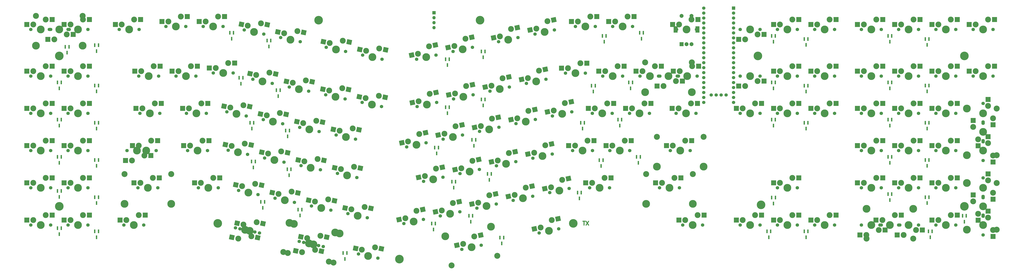
<source format=gbs>
G04 #@! TF.GenerationSoftware,KiCad,Pcbnew,(6.0.1-0)*
G04 #@! TF.CreationDate,2022-07-20T07:32:26-07:00*
G04 #@! TF.ProjectId,adelheid-xt,6164656c-6865-4696-942d-78742e6b6963,rev?*
G04 #@! TF.SameCoordinates,Original*
G04 #@! TF.FileFunction,Soldermask,Bot*
G04 #@! TF.FilePolarity,Negative*
%FSLAX46Y46*%
G04 Gerber Fmt 4.6, Leading zero omitted, Abs format (unit mm)*
G04 Created by KiCad (PCBNEW (6.0.1-0)) date 2022-07-20 07:32:26*
%MOMM*%
%LPD*%
G01*
G04 APERTURE LIST*
G04 Aperture macros list*
%AMRotRect*
0 Rectangle, with rotation*
0 The origin of the aperture is its center*
0 $1 length*
0 $2 width*
0 $3 Rotation angle, in degrees counterclockwise*
0 Add horizontal line*
21,1,$1,$2,0,0,$3*%
G04 Aperture macros list end*
%ADD10C,0.500000*%
%ADD11C,1.750000*%
%ADD12C,3.000000*%
%ADD13C,3.987800*%
%ADD14R,2.550000X2.500000*%
%ADD15C,4.400000*%
%ADD16RotRect,2.550000X2.500000X12.000000*%
%ADD17C,3.048000*%
%ADD18RotRect,2.550000X2.500000X348.000000*%
%ADD19R,2.500000X2.550000*%
%ADD20R,1.700000X1.700000*%
%ADD21O,1.700000X1.700000*%
%ADD22R,2.000000X3.200000*%
%ADD23R,2.000000X2.000000*%
%ADD24C,2.000000*%
%ADD25RotRect,2.550000X2.500000X168.000000*%
%ADD26R,0.800000X1.900000*%
%ADD27C,1.700000*%
G04 APERTURE END LIST*
D10*
X289686821Y-336216761D02*
X288353488Y-338216761D01*
X288353488Y-336216761D02*
X289686821Y-338216761D01*
X287877297Y-336216761D02*
X286734440Y-336216761D01*
X287305869Y-338216761D02*
X287305869Y-336216761D01*
D11*
X367188750Y-338137500D03*
D12*
X368458750Y-335597500D03*
D11*
X377348750Y-338137500D03*
D13*
X372268750Y-338137500D03*
D12*
X374808750Y-333057500D03*
D14*
X365183750Y-335597500D03*
X378110750Y-333057500D03*
D12*
X298138850Y-259397500D03*
D13*
X301948850Y-261937500D03*
D11*
X307028850Y-261937500D03*
D12*
X304488850Y-256857500D03*
D11*
X296868850Y-261937500D03*
D14*
X294863850Y-259397500D03*
X307790850Y-256857500D03*
D15*
X481806250Y-328612500D03*
D11*
X344805000Y-238125000D03*
D12*
X335915000Y-235585000D03*
D13*
X339725000Y-238125000D03*
D11*
X334645000Y-238125000D03*
D12*
X342265000Y-233045000D03*
D14*
X332640000Y-235585000D03*
X345567000Y-233045000D03*
D12*
X468471250Y-235585000D03*
D13*
X472281250Y-238125000D03*
D12*
X474821250Y-233045000D03*
D11*
X467201250Y-238125000D03*
X477361250Y-238125000D03*
D14*
X465196250Y-235585000D03*
X478123250Y-233045000D03*
D11*
X107905550Y-260350000D03*
D12*
X99015550Y-257810000D03*
X105365550Y-255270000D03*
D11*
X97745550Y-260350000D03*
D13*
X102825550Y-260350000D03*
D14*
X95740550Y-257810000D03*
X108667550Y-255270000D03*
D12*
X56197500Y-305117500D03*
D11*
X63817500Y-300037500D03*
X53657500Y-300037500D03*
D13*
X58737500Y-300037500D03*
D12*
X62547500Y-302577500D03*
D14*
X65822500Y-302577500D03*
X52895500Y-305117500D03*
D12*
X265118512Y-339442349D03*
D13*
X269373350Y-341134700D03*
D11*
X274342340Y-340078509D03*
X264404360Y-342190891D03*
D12*
X270801654Y-335637614D03*
D16*
X261915079Y-340123259D03*
X274031497Y-334951090D03*
D13*
X491331250Y-238125000D03*
D11*
X486251250Y-238125000D03*
D12*
X493871250Y-233045000D03*
D11*
X496411250Y-238125000D03*
D12*
X487521250Y-235585000D03*
D14*
X484246250Y-235585000D03*
X497173250Y-233045000D03*
D15*
X19050000Y-251618750D03*
D11*
X448786250Y-338137500D03*
D13*
X443706250Y-338137500D03*
D11*
X438626250Y-338137500D03*
D17*
X431768250Y-345122500D03*
X455644250Y-345122500D03*
D13*
X431768250Y-329882500D03*
X455644250Y-329882500D03*
D12*
X446246250Y-333057500D03*
X439896250Y-335597500D03*
D14*
X436621250Y-335597500D03*
X449548250Y-333057500D03*
D11*
X165160440Y-273636291D03*
D12*
X156992803Y-269303462D03*
D13*
X160191450Y-272580100D03*
D12*
X163732136Y-268139206D03*
D11*
X155222460Y-271523909D03*
D18*
X153789370Y-268622551D03*
X166961980Y-268825730D03*
D13*
X141547850Y-268617700D03*
D12*
X138349203Y-265341062D03*
D11*
X146516840Y-269673891D03*
X136578860Y-267561509D03*
D12*
X145088536Y-264176806D03*
D18*
X135145770Y-264660151D03*
X148318380Y-264863330D03*
D17*
X342461850Y-254952500D03*
D12*
X334333850Y-264477500D03*
D11*
X325443850Y-261937500D03*
D13*
X318585850Y-270192500D03*
D12*
X327983850Y-267017500D03*
D17*
X318585850Y-254952500D03*
D13*
X330523850Y-261937500D03*
X342461850Y-270192500D03*
D11*
X335603850Y-261937500D03*
D14*
X337608850Y-264477500D03*
X324681850Y-267017500D03*
D12*
X150422536Y-284801606D03*
D13*
X146881850Y-289242500D03*
D12*
X143683203Y-285965862D03*
D11*
X141912860Y-288186309D03*
X151850840Y-290298691D03*
D18*
X140479770Y-285284951D03*
X153652380Y-285488130D03*
D12*
X376078750Y-240665000D03*
D13*
X372268750Y-238125000D03*
D11*
X377348750Y-238125000D03*
X367188750Y-238125000D03*
D12*
X369728750Y-243205000D03*
D14*
X379353750Y-240665000D03*
X366426750Y-243205000D03*
D15*
X234156250Y-233362500D03*
D12*
X169739236Y-308347406D03*
X162999903Y-309511662D03*
D11*
X171167540Y-313844491D03*
D13*
X166198550Y-312788300D03*
D11*
X161229560Y-311732109D03*
D18*
X159796470Y-308830751D03*
X172969080Y-309033930D03*
D12*
X140732436Y-238891106D03*
D11*
X132222760Y-242275809D03*
D13*
X137191750Y-243332000D03*
D12*
X133993103Y-240055362D03*
D11*
X142160740Y-244388191D03*
D18*
X130789670Y-239374451D03*
X143962280Y-239577630D03*
D11*
X111407460Y-340103909D03*
D13*
X116376450Y-341160100D03*
D12*
X113177803Y-337883462D03*
D11*
X121345440Y-342216291D03*
D12*
X119917136Y-336719206D03*
D18*
X109974370Y-337202551D03*
X123146980Y-337405730D03*
D13*
X483076250Y-278574500D03*
X483076250Y-302450500D03*
D17*
X498316250Y-278574500D03*
X498316250Y-302450500D03*
D13*
X491331250Y-290512500D03*
D11*
X491331250Y-295592500D03*
X491331250Y-285432500D03*
D12*
X486251250Y-287972500D03*
X488791250Y-294322500D03*
D19*
X488791250Y-297597500D03*
X486251250Y-284670500D03*
D12*
X468471250Y-278447500D03*
D11*
X467201250Y-280987500D03*
D13*
X472281250Y-280987500D03*
D12*
X474821250Y-275907500D03*
D11*
X477361250Y-280987500D03*
D14*
X465196250Y-278447500D03*
X478123250Y-275907500D03*
D11*
X386238750Y-338137500D03*
X396398750Y-338137500D03*
D12*
X387508750Y-335597500D03*
D13*
X391318750Y-338137500D03*
D12*
X393858750Y-333057500D03*
D14*
X384233750Y-335597500D03*
X397160750Y-333057500D03*
D13*
X307028850Y-236537500D03*
D12*
X303218850Y-233997500D03*
D11*
X312108850Y-236537500D03*
D12*
X309568850Y-231457500D03*
D11*
X301948850Y-236537500D03*
D14*
X299943850Y-233997500D03*
X312870850Y-231457500D03*
D13*
X434181250Y-261937500D03*
D12*
X430371250Y-259397500D03*
D11*
X429101250Y-261937500D03*
X439261250Y-261937500D03*
D12*
X436721250Y-256857500D03*
D14*
X427096250Y-259397500D03*
X440023250Y-256857500D03*
D12*
X474821250Y-294957500D03*
D13*
X472281250Y-300037500D03*
D11*
X477361250Y-300037500D03*
D12*
X468471250Y-297497500D03*
D11*
X467201250Y-300037500D03*
D14*
X465196250Y-297497500D03*
X478123250Y-294957500D03*
D11*
X201983860Y-277573291D03*
D12*
X202698012Y-274824749D03*
X208381154Y-271020014D03*
D13*
X206952850Y-276517100D03*
D11*
X211921840Y-275460909D03*
D16*
X199494579Y-275505659D03*
X211610997Y-270333490D03*
D12*
X279101550Y-257886200D03*
D13*
X282911550Y-260426200D03*
D12*
X285451550Y-255346200D03*
D11*
X277831550Y-260426200D03*
X287991550Y-260426200D03*
D14*
X275826550Y-257886200D03*
X288753550Y-255346200D03*
D11*
X232501960Y-329503591D03*
D12*
X238899254Y-322950314D03*
D13*
X237470950Y-328447400D03*
D12*
X233216112Y-326755049D03*
D11*
X242439940Y-327391209D03*
D16*
X230012679Y-327435959D03*
X242129097Y-322263790D03*
D12*
X335641950Y-278447500D03*
D11*
X334371950Y-280987500D03*
X344531950Y-280987500D03*
D13*
X339451950Y-280987500D03*
D12*
X341991950Y-275907500D03*
D14*
X332366950Y-278447500D03*
X345293950Y-275907500D03*
D11*
X477361250Y-319087500D03*
D13*
X472281250Y-319087500D03*
D12*
X468471250Y-316547500D03*
D11*
X467201250Y-319087500D03*
D12*
X474821250Y-314007500D03*
D14*
X465196250Y-316547500D03*
X478123250Y-314007500D03*
D13*
X296602150Y-280987500D03*
D12*
X299142150Y-275907500D03*
X292792150Y-278447500D03*
D11*
X301682150Y-280987500D03*
X291522150Y-280987500D03*
D14*
X289517150Y-278447500D03*
X302444150Y-275907500D03*
D12*
X493871250Y-256857500D03*
D11*
X496411250Y-261937500D03*
X486251250Y-261937500D03*
D13*
X491331250Y-261937500D03*
D12*
X487521250Y-259397500D03*
D14*
X484246250Y-259397500D03*
X497173250Y-256857500D03*
D12*
X450691250Y-343217500D03*
D13*
X453231250Y-338137500D03*
D12*
X457041250Y-340677500D03*
D11*
X458311250Y-338137500D03*
X448151250Y-338137500D03*
D14*
X460316250Y-340677500D03*
X447389250Y-343217500D03*
D12*
X5715000Y-316547500D03*
D13*
X9525000Y-319087500D03*
D11*
X14605000Y-319087500D03*
D12*
X12065000Y-314007500D03*
D11*
X4445000Y-319087500D03*
D14*
X2440000Y-316547500D03*
X15367000Y-314007500D03*
D15*
X281781250Y-337343750D03*
D17*
X324612000Y-293052500D03*
D13*
X336550000Y-300037500D03*
D17*
X348488000Y-293052500D03*
D13*
X324612000Y-308292500D03*
D12*
X339090000Y-294957500D03*
X332740000Y-297497500D03*
D13*
X348488000Y-308292500D03*
D11*
X331470000Y-300037500D03*
X341630000Y-300037500D03*
D14*
X329465000Y-297497500D03*
X342392000Y-294957500D03*
D13*
X266084050Y-302882300D03*
D12*
X261829212Y-301189949D03*
X267512354Y-297385214D03*
D11*
X271053040Y-301826109D03*
X261115060Y-303938491D03*
D16*
X258625779Y-301870859D03*
X270742197Y-296698690D03*
D13*
X491331250Y-300037500D03*
D12*
X493871250Y-296227500D03*
D11*
X491331250Y-294957500D03*
X491331250Y-305117500D03*
D12*
X496411250Y-302577500D03*
D19*
X493871250Y-292952500D03*
X496411250Y-305879500D03*
D13*
X9525000Y-338137500D03*
D12*
X12065000Y-333057500D03*
D11*
X14605000Y-338137500D03*
X4445000Y-338137500D03*
D12*
X5715000Y-335597500D03*
D14*
X2440000Y-335597500D03*
X15367000Y-333057500D03*
D11*
X249170940Y-267536109D03*
X239232960Y-269648491D03*
D12*
X239947112Y-266899949D03*
D13*
X244201950Y-268592300D03*
D12*
X245630254Y-263095214D03*
D16*
X236743679Y-267580859D03*
X248860097Y-262408690D03*
D11*
X23495000Y-280987500D03*
D13*
X28575000Y-280987500D03*
D11*
X33655000Y-280987500D03*
D12*
X31115000Y-275907500D03*
X24765000Y-278447500D03*
D14*
X21490000Y-278447500D03*
X34417000Y-275907500D03*
D11*
X429101250Y-319087500D03*
D12*
X430371250Y-316547500D03*
D13*
X434181250Y-319087500D03*
D12*
X436721250Y-314007500D03*
D11*
X439261250Y-319087500D03*
D14*
X427096250Y-316547500D03*
X440023250Y-314007500D03*
D12*
X125763503Y-301624962D03*
D11*
X133931140Y-305957791D03*
D12*
X132502836Y-300460706D03*
D13*
X128962150Y-304901600D03*
D11*
X123993160Y-303845409D03*
D18*
X122560070Y-300944051D03*
X135732680Y-301147230D03*
D12*
X262946812Y-237677249D03*
X268629954Y-233872514D03*
D13*
X267201650Y-239369600D03*
D11*
X272170640Y-238313409D03*
X262232660Y-240425791D03*
D16*
X259743379Y-238358159D03*
X271859797Y-233185990D03*
D11*
X84054950Y-280987500D03*
D13*
X89134950Y-280987500D03*
D12*
X91674950Y-275907500D03*
D11*
X94214950Y-280987500D03*
D12*
X85324950Y-278447500D03*
D14*
X82049950Y-278447500D03*
X94976950Y-275907500D03*
D13*
X453231250Y-319087500D03*
D12*
X455771250Y-314007500D03*
X449421250Y-316547500D03*
D11*
X458311250Y-319087500D03*
X448151250Y-319087500D03*
D14*
X446146250Y-316547500D03*
X459073250Y-314007500D03*
D12*
X468471250Y-259397500D03*
D11*
X467201250Y-261937500D03*
X477361250Y-261937500D03*
D13*
X472281250Y-261937500D03*
D12*
X474821250Y-256857500D03*
D14*
X465196250Y-259397500D03*
X478123250Y-256857500D03*
D12*
X5715000Y-297497500D03*
X12065000Y-294957500D03*
D13*
X9525000Y-300037500D03*
D11*
X14605000Y-300037500D03*
X4445000Y-300037500D03*
D14*
X2440000Y-297497500D03*
X15367000Y-294957500D03*
D20*
X210635750Y-229552500D03*
D21*
X210635750Y-232092500D03*
X210635750Y-234632500D03*
X210635750Y-237172500D03*
D12*
X406558750Y-335597500D03*
X412908750Y-333057500D03*
D11*
X415448750Y-338137500D03*
D13*
X410368750Y-338137500D03*
D11*
X405288750Y-338137500D03*
D14*
X403283750Y-335597500D03*
X416210750Y-333057500D03*
D12*
X221652654Y-287657014D03*
D11*
X215255360Y-294210291D03*
D13*
X220224350Y-293154100D03*
D12*
X215969512Y-291461749D03*
D11*
X225193340Y-292097909D03*
D16*
X212766079Y-292142659D03*
X224882497Y-286970490D03*
D13*
X453231250Y-280987500D03*
D11*
X448151250Y-280987500D03*
D12*
X455771250Y-275907500D03*
X449421250Y-278447500D03*
D11*
X458311250Y-280987500D03*
D14*
X446146250Y-278447500D03*
X459073250Y-275907500D03*
D11*
X142585960Y-307769709D03*
D12*
X144356303Y-305549262D03*
D11*
X152523940Y-309882091D03*
D12*
X151095636Y-304385006D03*
D13*
X147554950Y-308825900D03*
D18*
X141152870Y-304868351D03*
X154325480Y-305071530D03*
D11*
X429101250Y-338137500D03*
X439261250Y-338137500D03*
D12*
X437991250Y-340677500D03*
X431641250Y-343217500D03*
D13*
X434181250Y-338137500D03*
D14*
X441266250Y-340677500D03*
X428339250Y-343217500D03*
D11*
X224818460Y-350598291D03*
D17*
X219562587Y-358856511D03*
D11*
X234756440Y-348485909D03*
D12*
X225532612Y-347849749D03*
D13*
X216394013Y-343949541D03*
X229787450Y-349542100D03*
D12*
X231215754Y-344045014D03*
D13*
X239748265Y-338985442D03*
D17*
X242916839Y-353892411D03*
D16*
X222329179Y-348530659D03*
X234445597Y-343358490D03*
D11*
X205162070Y-335320458D03*
D12*
X195938242Y-334684298D03*
X201621384Y-330879563D03*
D13*
X200193080Y-336376649D03*
D11*
X195224090Y-337432840D03*
D16*
X192734809Y-335365208D03*
X204851227Y-330193039D03*
D15*
X481806250Y-251618750D03*
D12*
X289083750Y-294957500D03*
D11*
X291623750Y-300037500D03*
X281463750Y-300037500D03*
D12*
X282733750Y-297497500D03*
D13*
X286543750Y-300037500D03*
D14*
X279458750Y-297497500D03*
X292385750Y-294957500D03*
D12*
X152518036Y-343653406D03*
X145778703Y-344817662D03*
D13*
X139016535Y-337537642D03*
D11*
X153946340Y-349150491D03*
D13*
X162370787Y-342501741D03*
D11*
X144008360Y-347038109D03*
D17*
X135847961Y-352444611D03*
X159202213Y-357408711D03*
D13*
X148977350Y-348094300D03*
D18*
X142575270Y-344136751D03*
X155747880Y-344339930D03*
D12*
X156467736Y-325009806D03*
D13*
X152927050Y-329450700D03*
D11*
X147958060Y-328394509D03*
X157896040Y-330506891D03*
D12*
X149728403Y-326174062D03*
D18*
X146524970Y-325493151D03*
X159697580Y-325696330D03*
D13*
X64725550Y-261937500D03*
D11*
X59645550Y-261937500D03*
D12*
X67265550Y-256857500D03*
D11*
X69805550Y-261937500D03*
D12*
X60915550Y-259397500D03*
D14*
X57640550Y-259397500D03*
X70567550Y-256857500D03*
D11*
X491331250Y-324167500D03*
D13*
X491331250Y-319087500D03*
D11*
X491331250Y-314007500D03*
D12*
X496411250Y-321627500D03*
X493871250Y-315277500D03*
D19*
X493871250Y-312002500D03*
X496411250Y-324929500D03*
D11*
X320719450Y-280987500D03*
D12*
X318179450Y-275907500D03*
D13*
X315639450Y-280987500D03*
D12*
X311829450Y-278447500D03*
D11*
X310559450Y-280987500D03*
D14*
X308554450Y-278447500D03*
X321481450Y-275907500D03*
D11*
X211629740Y-251191209D03*
D12*
X202405912Y-250555049D03*
X208089054Y-246750314D03*
D13*
X206660750Y-252247400D03*
D11*
X201691760Y-253303591D03*
D16*
X199202479Y-251235959D03*
X211318897Y-246063790D03*
D11*
X92551250Y-236537500D03*
D13*
X97631250Y-236537500D03*
D12*
X93821250Y-233997500D03*
D11*
X102711250Y-236537500D03*
D12*
X100171250Y-231457500D03*
D14*
X90546250Y-233997500D03*
X103473250Y-231457500D03*
D12*
X173731403Y-350748562D03*
D13*
X176930050Y-354025200D03*
D11*
X171961060Y-352969009D03*
X181899040Y-355081391D03*
D12*
X180470736Y-349584306D03*
D18*
X170527970Y-350067651D03*
X183700580Y-350270830D03*
D15*
X377825000Y-327818750D03*
X100012500Y-337343750D03*
D12*
X168359303Y-330123762D03*
D13*
X171557950Y-333400400D03*
D11*
X166588960Y-332344209D03*
D12*
X175098636Y-328959506D03*
D11*
X176526940Y-334456591D03*
D18*
X165155870Y-329442851D03*
X178328480Y-329646030D03*
D13*
X491331250Y-338137500D03*
D12*
X493871250Y-334327500D03*
D11*
X491331250Y-343217500D03*
D12*
X496411250Y-340677500D03*
D11*
X491331250Y-333057500D03*
D19*
X493871250Y-331052500D03*
X496411250Y-343979500D03*
D11*
X439261250Y-238125000D03*
D13*
X434181250Y-238125000D03*
D12*
X436721250Y-233045000D03*
D11*
X429101250Y-238125000D03*
D12*
X430371250Y-235585000D03*
D14*
X427096250Y-235585000D03*
X440023250Y-233045000D03*
D13*
X256089150Y-324485000D03*
D11*
X261058140Y-323428809D03*
X251120160Y-325541191D03*
D12*
X251834312Y-322792649D03*
X257517454Y-318987914D03*
D16*
X248630879Y-323473559D03*
X260747297Y-318301390D03*
D11*
X252504460Y-286298191D03*
X262442440Y-284185809D03*
D12*
X258901754Y-279744914D03*
D13*
X257473450Y-285242000D03*
D12*
X253218612Y-283549649D03*
D16*
X250015179Y-284230559D03*
X262131597Y-279058390D03*
D11*
X78700218Y-261937500D03*
D12*
X79970218Y-259397500D03*
D13*
X83780218Y-261937500D03*
D11*
X88860218Y-261937500D03*
D12*
X86320218Y-256857500D03*
D14*
X76695218Y-259397500D03*
X89622218Y-256857500D03*
D11*
X448151250Y-238125000D03*
X458311250Y-238125000D03*
D12*
X455771250Y-233045000D03*
D13*
X453231250Y-238125000D03*
D12*
X449421250Y-235585000D03*
D14*
X446146250Y-235585000D03*
X459073250Y-233045000D03*
D12*
X227024754Y-267070314D03*
X221341612Y-270875049D03*
D11*
X220627460Y-273623591D03*
D13*
X225596450Y-272567400D03*
D11*
X230565440Y-271511209D03*
D16*
X218138179Y-271555959D03*
X230254597Y-266383790D03*
D17*
X30988000Y-231140000D03*
X7112000Y-231140000D03*
D11*
X13970000Y-238125000D03*
X24130000Y-238125000D03*
D13*
X19050000Y-238125000D03*
D12*
X16510000Y-243205000D03*
X22860000Y-240665000D03*
D13*
X30988000Y-246380000D03*
X7112000Y-246380000D03*
D14*
X26135000Y-240665000D03*
X13208000Y-243205000D03*
D13*
X128263650Y-285267400D03*
D11*
X123294660Y-284211209D03*
X133232640Y-286323591D03*
D12*
X131804336Y-280826506D03*
X125065003Y-281990762D03*
D18*
X121861570Y-281309851D03*
X135034180Y-281513030D03*
D22*
X334125000Y-238125000D03*
X345325000Y-238125000D03*
D23*
X337225000Y-245625000D03*
D24*
X342225000Y-245625000D03*
X339725000Y-245625000D03*
X342225000Y-231125000D03*
X337225000Y-231125000D03*
D12*
X113173436Y-276864106D03*
D11*
X104663760Y-280248809D03*
D13*
X109632750Y-281305000D03*
D12*
X106434103Y-278028362D03*
D11*
X114601740Y-282361191D03*
D18*
X103230670Y-277347451D03*
X116403280Y-277550630D03*
D11*
X129314460Y-324432109D03*
D13*
X134283450Y-325488300D03*
D11*
X139252440Y-326544491D03*
D12*
X131084803Y-322211662D03*
X137824136Y-321047406D03*
D18*
X127881370Y-321530751D03*
X141053980Y-321733930D03*
D13*
X276104350Y-281292300D03*
D12*
X277532654Y-275795214D03*
D11*
X271135360Y-282348491D03*
D12*
X271849512Y-279599949D03*
D11*
X281073340Y-280236109D03*
D16*
X268646079Y-280280859D03*
X280762497Y-275108690D03*
D13*
X136694975Y-337042342D03*
D11*
X151624780Y-348655191D03*
D12*
X143115104Y-352039894D03*
X149854437Y-350875638D03*
D13*
X160049227Y-342006441D03*
X146655790Y-347599000D03*
D17*
X156880653Y-356913411D03*
X133526401Y-351949311D03*
D11*
X141686800Y-346542809D03*
D25*
X153057870Y-351556549D03*
X139885260Y-351353370D03*
D13*
X210216750Y-314769500D03*
D12*
X211645054Y-309272414D03*
X205961912Y-313077149D03*
D11*
X215185740Y-313713309D03*
X205247760Y-315825691D03*
D16*
X202758479Y-313758059D03*
X214874897Y-308585890D03*
D12*
X31115000Y-256857500D03*
D11*
X33655000Y-261937500D03*
D12*
X24765000Y-259397500D03*
D11*
X23495000Y-261937500D03*
D13*
X28575000Y-261937500D03*
D14*
X21490000Y-259397500D03*
X34417000Y-256857500D03*
D15*
X19050000Y-328612500D03*
D12*
X248906854Y-301322214D03*
D11*
X252447540Y-305763109D03*
D12*
X243223712Y-305126949D03*
D11*
X242509560Y-307875491D03*
D13*
X247478550Y-306819300D03*
D16*
X240020279Y-305807859D03*
X252136697Y-300635690D03*
D12*
X496411250Y-283527500D03*
X493871250Y-277177500D03*
D11*
X491331250Y-286067500D03*
X491331250Y-275907500D03*
D13*
X491331250Y-280987500D03*
D19*
X493871250Y-273902500D03*
X496411250Y-286829500D03*
D12*
X31115000Y-233045000D03*
D11*
X23495000Y-238125000D03*
D12*
X24765000Y-235585000D03*
D13*
X28575000Y-238125000D03*
D11*
X33655000Y-238125000D03*
D14*
X21490000Y-235585000D03*
X34417000Y-233045000D03*
D12*
X66040000Y-294957500D03*
D11*
X58420000Y-300037500D03*
D13*
X63500000Y-300037500D03*
D12*
X59690000Y-297497500D03*
D11*
X68580000Y-300037500D03*
D14*
X56415000Y-297497500D03*
X69342000Y-294957500D03*
D12*
X24765000Y-316547500D03*
D13*
X28575000Y-319087500D03*
D11*
X33655000Y-319087500D03*
D12*
X31115000Y-314007500D03*
D11*
X23495000Y-319087500D03*
D14*
X21490000Y-316547500D03*
X34417000Y-314007500D03*
D11*
X52070000Y-338137500D03*
D12*
X59690000Y-333057500D03*
X53340000Y-335597500D03*
D11*
X62230000Y-338137500D03*
D13*
X57150000Y-338137500D03*
D14*
X50065000Y-335597500D03*
X62992000Y-333057500D03*
D11*
X230260640Y-247228809D03*
D13*
X225291650Y-248285000D03*
D11*
X220322660Y-249341191D03*
D12*
X226719954Y-242787914D03*
X221036812Y-246592649D03*
D16*
X217833379Y-247273559D03*
X229949797Y-242101390D03*
D12*
X224592812Y-309102049D03*
D13*
X228847650Y-310794400D03*
D11*
X233816640Y-309738209D03*
D12*
X230275954Y-305297314D03*
D11*
X223878660Y-311850591D03*
D16*
X221389379Y-309782959D03*
X233505797Y-304610790D03*
D13*
X89693750Y-300037500D03*
D11*
X94773750Y-300037500D03*
X84613750Y-300037500D03*
D12*
X92233750Y-294957500D03*
X85883750Y-297497500D03*
D14*
X82608750Y-297497500D03*
X95535750Y-294957500D03*
D12*
X474821250Y-333057500D03*
D11*
X467201250Y-338137500D03*
D13*
X472281250Y-338137500D03*
D12*
X468471250Y-335597500D03*
D11*
X477361250Y-338137500D03*
D14*
X465196250Y-335597500D03*
X478123250Y-333057500D03*
D11*
X257889260Y-265711491D03*
D13*
X262858250Y-264655300D03*
D12*
X258603412Y-262962949D03*
D11*
X267827240Y-263599109D03*
D12*
X264286554Y-259158214D03*
D16*
X255399979Y-263643859D03*
X267516397Y-258471690D03*
D15*
X151606250Y-233362500D03*
D11*
X491331250Y-323532500D03*
D12*
X488791250Y-332422500D03*
D11*
X491331250Y-333692500D03*
D13*
X483076250Y-316674500D03*
X491331250Y-328612500D03*
D17*
X498316250Y-316674500D03*
D13*
X483076250Y-340550500D03*
D12*
X486251250Y-326072500D03*
D17*
X498316250Y-340550500D03*
D19*
X488791250Y-335697500D03*
X486251250Y-322770500D03*
D11*
X83661250Y-236537500D03*
D13*
X78581250Y-236537500D03*
D12*
X81121250Y-231457500D03*
D11*
X73501250Y-236537500D03*
D12*
X74771250Y-233997500D03*
D14*
X71496250Y-233997500D03*
X84423250Y-231457500D03*
D11*
X269763760Y-321578791D03*
D13*
X274732750Y-320522600D03*
D12*
X270477912Y-318830249D03*
D11*
X279701740Y-319466409D03*
D12*
X276161054Y-315025514D03*
D16*
X267274479Y-319511159D03*
X279390897Y-314338990D03*
D11*
X415448750Y-238125000D03*
X405288750Y-238125000D03*
D12*
X406558750Y-235585000D03*
D13*
X410368750Y-238125000D03*
D12*
X412908750Y-233045000D03*
D14*
X403283750Y-235585000D03*
X416210750Y-233045000D03*
D12*
X97790000Y-314007500D03*
D11*
X90170000Y-319087500D03*
X100330000Y-319087500D03*
D13*
X95250000Y-319087500D03*
D12*
X91440000Y-316547500D03*
D14*
X88165000Y-316547500D03*
X101092000Y-314007500D03*
D12*
X50958750Y-235585000D03*
X57308750Y-233045000D03*
D11*
X59848750Y-238125000D03*
D13*
X54768750Y-238125000D03*
D11*
X49688750Y-238125000D03*
D14*
X47683750Y-235585000D03*
X60610750Y-233045000D03*
D11*
X415448750Y-280987500D03*
D12*
X406558750Y-278447500D03*
D13*
X410368750Y-280987500D03*
D11*
X405288750Y-280987500D03*
D12*
X412908750Y-275907500D03*
D14*
X403283750Y-278447500D03*
X416210750Y-275907500D03*
D12*
X339090000Y-335597500D03*
D11*
X347980000Y-338137500D03*
D12*
X345440000Y-333057500D03*
D13*
X342900000Y-338137500D03*
D11*
X337820000Y-338137500D03*
D14*
X335815000Y-335597500D03*
X348742000Y-333057500D03*
D11*
X405288750Y-261937500D03*
D13*
X410368750Y-261937500D03*
D11*
X415448750Y-261937500D03*
D12*
X406558750Y-259397500D03*
X412908750Y-256857500D03*
D14*
X403283750Y-259397500D03*
X416210750Y-256857500D03*
D11*
X196637160Y-298185391D03*
D12*
X197351312Y-295436849D03*
X203034454Y-291632114D03*
D11*
X206575140Y-296073009D03*
D13*
X201606150Y-297129200D03*
D16*
X194147879Y-296117759D03*
X206264297Y-290945590D03*
D12*
X5715000Y-278447500D03*
D11*
X14605000Y-280987500D03*
D12*
X12065000Y-275907500D03*
D11*
X4445000Y-280987500D03*
D13*
X9525000Y-280987500D03*
D14*
X2440000Y-278447500D03*
X15367000Y-275907500D03*
D12*
X244315912Y-241639649D03*
D11*
X243601760Y-244388191D03*
D13*
X248570750Y-243332000D03*
D12*
X249999054Y-237834914D03*
D11*
X253539740Y-242275809D03*
D16*
X241112479Y-242320559D03*
X253228897Y-237148390D03*
D12*
X61512450Y-278434800D03*
X67862450Y-275894800D03*
D11*
X70402450Y-280974800D03*
D13*
X65322450Y-280974800D03*
D11*
X60242450Y-280974800D03*
D14*
X58237450Y-278434800D03*
X71164450Y-275894800D03*
D11*
X113604560Y-238326109D03*
D12*
X115374903Y-236105662D03*
X122114236Y-234941406D03*
D13*
X118573550Y-239382300D03*
D11*
X123542540Y-240438491D03*
D18*
X112171470Y-235424751D03*
X125344080Y-235627930D03*
D11*
X213858360Y-333478691D03*
D13*
X218827350Y-332422500D03*
D12*
X220255654Y-326925414D03*
D11*
X223796340Y-331366309D03*
D12*
X214572512Y-330730149D03*
D16*
X211369079Y-331411059D03*
X223485497Y-326238890D03*
D11*
X243811540Y-288148209D03*
D13*
X238842550Y-289204400D03*
D12*
X234587712Y-287512049D03*
X240270854Y-283707314D03*
D11*
X233873560Y-290260591D03*
D16*
X231384279Y-288192959D03*
X243500697Y-283020790D03*
D12*
X393858750Y-314007500D03*
D11*
X396398750Y-319087500D03*
D12*
X387508750Y-316547500D03*
D13*
X391318750Y-319087500D03*
D11*
X386238750Y-319087500D03*
D14*
X384233750Y-316547500D03*
X397160750Y-314007500D03*
D12*
X308171850Y-294957500D03*
D11*
X310711850Y-300037500D03*
D13*
X305631850Y-300037500D03*
D11*
X300551850Y-300037500D03*
D12*
X301821850Y-297497500D03*
D14*
X298546850Y-297497500D03*
X311473850Y-294957500D03*
D13*
X160458150Y-248297700D03*
D11*
X155489160Y-247241509D03*
D12*
X157259503Y-245021062D03*
D11*
X165427140Y-249353891D03*
D12*
X163998836Y-243856806D03*
D18*
X154056070Y-244340151D03*
X167228680Y-244543330D03*
D12*
X31115000Y-294957500D03*
D11*
X33655000Y-300037500D03*
X23495000Y-300037500D03*
D12*
X24765000Y-297497500D03*
D13*
X28575000Y-300037500D03*
D14*
X21490000Y-297497500D03*
X34417000Y-294957500D03*
D11*
X439261250Y-300037500D03*
D12*
X436721250Y-294957500D03*
D13*
X434181250Y-300037500D03*
D12*
X430371250Y-297497500D03*
D11*
X429101250Y-300037500D03*
D14*
X427096250Y-297497500D03*
X440023250Y-294957500D03*
D11*
X183804040Y-277573291D03*
D12*
X175636403Y-273240462D03*
X182375736Y-272076206D03*
D13*
X178835050Y-276517100D03*
D11*
X173866060Y-275460909D03*
D18*
X172432970Y-272559551D03*
X185605580Y-272762730D03*
D12*
X119718303Y-261365962D03*
D11*
X117947960Y-263586409D03*
D13*
X122916950Y-264642600D03*
D11*
X127885940Y-265698791D03*
D12*
X126457636Y-260201706D03*
D18*
X116514870Y-260685051D03*
X129687480Y-260888230D03*
D12*
X113871936Y-296498306D03*
D13*
X110331250Y-300939200D03*
D12*
X107132603Y-297662562D03*
D11*
X115300240Y-301995391D03*
X105362260Y-299883009D03*
D18*
X103929170Y-296981651D03*
X117101780Y-297184830D03*
D12*
X430371250Y-278447500D03*
D11*
X439261250Y-280987500D03*
D12*
X436721250Y-275907500D03*
D13*
X434181250Y-280987500D03*
D11*
X429101250Y-280987500D03*
D14*
X427096250Y-278447500D03*
X440023250Y-275907500D03*
D12*
X317188850Y-259397500D03*
D11*
X315918850Y-261937500D03*
X326078850Y-261937500D03*
D13*
X320998850Y-261937500D03*
D12*
X323538850Y-256857500D03*
D14*
X313913850Y-259397500D03*
X326840850Y-256857500D03*
D11*
X4445000Y-261937500D03*
X14605000Y-261937500D03*
D12*
X12065000Y-256857500D03*
X5715000Y-259397500D03*
D13*
X9525000Y-261937500D03*
D14*
X2440000Y-259397500D03*
X15367000Y-256857500D03*
D13*
X295275000Y-319087500D03*
D11*
X300355000Y-319087500D03*
X290195000Y-319087500D03*
D12*
X297815000Y-314007500D03*
X291465000Y-316547500D03*
D14*
X288190000Y-316547500D03*
X301117000Y-314007500D03*
D15*
X192881250Y-355600000D03*
D11*
X396398750Y-238125000D03*
D12*
X387508750Y-235585000D03*
D11*
X386238750Y-238125000D03*
D12*
X393858750Y-233045000D03*
D13*
X391318750Y-238125000D03*
D14*
X384233750Y-235585000D03*
X397160750Y-233045000D03*
D11*
X448151250Y-261937500D03*
D13*
X453231250Y-261937500D03*
D11*
X458311250Y-261937500D03*
D12*
X449421250Y-259397500D03*
X455771250Y-256857500D03*
D14*
X446146250Y-259397500D03*
X459073250Y-256857500D03*
D11*
X160556460Y-292097909D03*
D13*
X165525450Y-293154100D03*
D12*
X169066136Y-288713206D03*
D11*
X170494440Y-294210291D03*
D12*
X162326803Y-289877462D03*
D18*
X159123370Y-289196551D03*
X172295980Y-289399730D03*
D11*
X14605000Y-238125000D03*
D12*
X12065000Y-233045000D03*
D13*
X9525000Y-238125000D03*
D12*
X5715000Y-235585000D03*
D11*
X4445000Y-238125000D03*
D14*
X2440000Y-235585000D03*
X15367000Y-233045000D03*
D13*
X28575000Y-338137500D03*
D11*
X23495000Y-338137500D03*
X33655000Y-338137500D03*
D12*
X31115000Y-333057500D03*
X24765000Y-335597500D03*
D14*
X21490000Y-335597500D03*
X34417000Y-333057500D03*
D12*
X368458750Y-278447500D03*
X374808750Y-275907500D03*
D13*
X372268750Y-280987500D03*
D11*
X367188750Y-280987500D03*
X377348750Y-280987500D03*
D14*
X365183750Y-278447500D03*
X378110750Y-275907500D03*
D12*
X175877703Y-248983462D03*
X182617036Y-247819206D03*
D11*
X174107360Y-251203909D03*
D13*
X179076350Y-252260100D03*
D11*
X184045340Y-253316291D03*
D18*
X172674270Y-248302551D03*
X185846880Y-248505730D03*
D15*
X376237500Y-251618750D03*
D12*
X284156150Y-233997500D03*
D11*
X293046150Y-236537500D03*
D12*
X290506150Y-231457500D03*
D11*
X282886150Y-236537500D03*
D13*
X287966150Y-236537500D03*
D14*
X280881150Y-233997500D03*
X293808150Y-231457500D03*
D11*
X119008640Y-341715911D03*
X109070660Y-339603529D03*
D12*
X110498964Y-345100614D03*
D13*
X114039650Y-340659720D03*
D12*
X117238297Y-343936358D03*
D25*
X120441730Y-344617269D03*
X107269120Y-344414090D03*
D12*
X393858750Y-275907500D03*
X387508750Y-278447500D03*
D13*
X391318750Y-280987500D03*
D11*
X396398750Y-280987500D03*
X386238750Y-280987500D03*
D14*
X384233750Y-278447500D03*
X397160750Y-275907500D03*
D12*
X393858750Y-256857500D03*
D11*
X396398750Y-261937500D03*
D13*
X391318750Y-261937500D03*
D12*
X387508750Y-259397500D03*
D11*
X386238750Y-261937500D03*
D14*
X384233750Y-259397500D03*
X397160750Y-256857500D03*
D11*
X110696260Y-320482409D03*
D12*
X119205936Y-317097706D03*
D11*
X120634240Y-322594791D03*
D13*
X115665250Y-321538600D03*
D12*
X112466603Y-318261962D03*
D18*
X109263170Y-317581051D03*
X122435780Y-317784230D03*
D12*
X60483750Y-316547500D03*
D17*
X52355750Y-312102500D03*
D11*
X69373750Y-319087500D03*
D13*
X76231750Y-327342500D03*
X64293750Y-319087500D03*
X52355750Y-327342500D03*
D11*
X59213750Y-319087500D03*
D17*
X76231750Y-312102500D03*
D12*
X66833750Y-314007500D03*
D14*
X57208750Y-316547500D03*
X70135750Y-314007500D03*
D13*
X319055750Y-327342500D03*
D17*
X342931750Y-312102500D03*
D12*
X333533750Y-314007500D03*
D13*
X342931750Y-327342500D03*
D12*
X327183750Y-316547500D03*
D11*
X325913750Y-319087500D03*
D17*
X319055750Y-312102500D03*
D11*
X336073750Y-319087500D03*
D13*
X330993750Y-319087500D03*
D14*
X323908750Y-316547500D03*
X336835750Y-314007500D03*
D12*
X449421250Y-297497500D03*
D11*
X458311250Y-300037500D03*
D13*
X453231250Y-300037500D03*
D12*
X455771250Y-294957500D03*
D11*
X448151250Y-300037500D03*
D14*
X446146250Y-297497500D03*
X459073250Y-294957500D03*
D13*
X340036150Y-261937500D03*
D11*
X345116150Y-261937500D03*
D12*
X342576150Y-256857500D03*
D11*
X334956150Y-261937500D03*
D12*
X336226150Y-259397500D03*
D14*
X332951150Y-259397500D03*
X345878150Y-256857500D03*
D11*
X367188750Y-261937500D03*
X377348750Y-261937500D03*
D13*
X372268750Y-261937500D03*
D12*
X369728750Y-267017500D03*
X376078750Y-264477500D03*
D14*
X379353750Y-264477500D03*
X366426750Y-267017500D03*
D26*
X442756250Y-265200000D03*
X444656250Y-265200000D03*
X443706250Y-268200000D03*
X135575000Y-309650000D03*
X137475000Y-309650000D03*
X136525000Y-312650000D03*
X37150000Y-341400000D03*
X39050000Y-341400000D03*
X38100000Y-344400000D03*
X442756250Y-322350000D03*
X444656250Y-322350000D03*
X443706250Y-325350000D03*
X117318750Y-305681250D03*
X119218750Y-305681250D03*
X118268750Y-308681250D03*
X219712500Y-316000000D03*
X221612500Y-316000000D03*
X220662500Y-319000000D03*
X314168750Y-303300000D03*
X316068750Y-303300000D03*
X315118750Y-306300000D03*
X116525000Y-285837500D03*
X118425000Y-285837500D03*
X117475000Y-288837500D03*
X18100000Y-265200000D03*
X20000000Y-265200000D03*
X19050000Y-268200000D03*
X37150000Y-246150000D03*
X39050000Y-246150000D03*
X38100000Y-249150000D03*
X18100000Y-303300000D03*
X20000000Y-303300000D03*
X19050000Y-306300000D03*
X463393750Y-341400000D03*
X465293750Y-341400000D03*
X464343750Y-344400000D03*
X461806250Y-323937500D03*
X463706250Y-323937500D03*
X462756250Y-326937500D03*
X383225000Y-241387500D03*
X385125000Y-241387500D03*
X384175000Y-244387500D03*
X291150000Y-266875000D03*
X293050000Y-266875000D03*
X292100000Y-269875000D03*
X209393750Y-337431250D03*
X211293750Y-337431250D03*
X210343750Y-340431250D03*
X110968750Y-262818750D03*
X112868750Y-262818750D03*
X111918750Y-265818750D03*
X461806250Y-242975000D03*
X463706250Y-242975000D03*
X462756250Y-245975000D03*
X461806250Y-285837500D03*
X463706250Y-285837500D03*
X462756250Y-288837500D03*
X37150000Y-266787500D03*
X39050000Y-266787500D03*
X38100000Y-269787500D03*
X106206250Y-239800000D03*
X108106250Y-239800000D03*
X107156250Y-242800000D03*
X134781250Y-289806250D03*
X136681250Y-289806250D03*
X135731250Y-292806250D03*
X399893750Y-242975000D03*
X401793750Y-242975000D03*
X400843750Y-245975000D03*
X141131250Y-330287500D03*
X143031250Y-330287500D03*
X142081250Y-333287500D03*
X234793750Y-249325000D03*
X236693750Y-249325000D03*
X235743750Y-252325000D03*
X383256750Y-324128000D03*
X385156750Y-324128000D03*
X384206750Y-327128000D03*
X295118750Y-304975000D03*
X297018750Y-304975000D03*
X296068750Y-307975000D03*
X284006250Y-321556250D03*
X285906250Y-321556250D03*
X284956250Y-324556250D03*
X442756250Y-241387500D03*
X444656250Y-241387500D03*
X443706250Y-244387500D03*
X399893750Y-285837500D03*
X401793750Y-285837500D03*
X400843750Y-288837500D03*
X216537500Y-277900000D03*
X218437500Y-277900000D03*
X217487500Y-280900000D03*
X315756250Y-239800000D03*
X317656250Y-239800000D03*
X316706250Y-242800000D03*
X237968750Y-312031250D03*
X239868750Y-312031250D03*
X238918750Y-315031250D03*
X37150000Y-323937500D03*
X39050000Y-323937500D03*
X38100000Y-326937500D03*
X285593750Y-285837500D03*
X287493750Y-285837500D03*
X286543750Y-288837500D03*
X461806250Y-266787500D03*
X463706250Y-266787500D03*
X462756250Y-269787500D03*
X216537500Y-253293750D03*
X218437500Y-253293750D03*
X217487500Y-256293750D03*
X380843750Y-341400000D03*
X382743750Y-341400000D03*
X381793750Y-344400000D03*
X22068750Y-246943750D03*
X23968750Y-246943750D03*
X23018750Y-249943750D03*
X383225000Y-265200000D03*
X385125000Y-265200000D03*
X384175000Y-268200000D03*
X18100000Y-320762500D03*
X20000000Y-320762500D03*
X19050000Y-323762500D03*
X125256250Y-243768750D03*
X127156250Y-243768750D03*
X126206250Y-246768750D03*
X480856250Y-333462500D03*
X482756250Y-333462500D03*
X481806250Y-336462500D03*
X230031250Y-294568750D03*
X231931250Y-294568750D03*
X230981250Y-297568750D03*
X399893750Y-266875000D03*
X401793750Y-266875000D03*
X400843750Y-269875000D03*
X18100000Y-284250000D03*
X20000000Y-284250000D03*
X19050000Y-287250000D03*
X442756250Y-303300000D03*
X444656250Y-303300000D03*
X443706250Y-306300000D03*
X296706250Y-241387500D03*
X298606250Y-241387500D03*
X297656250Y-244387500D03*
X244318750Y-344575000D03*
X246218750Y-344575000D03*
X245268750Y-347575000D03*
X228443750Y-333462500D03*
X230343750Y-333462500D03*
X229393750Y-336462500D03*
X164150000Y-352512500D03*
X166050000Y-352512500D03*
X165100000Y-355512500D03*
X122081250Y-326318750D03*
X123981250Y-326318750D03*
X123031250Y-329318750D03*
X310200000Y-265200000D03*
X312100000Y-265200000D03*
X311150000Y-268200000D03*
X210981250Y-298537500D03*
X212881250Y-298537500D03*
X211931250Y-301537500D03*
X130018750Y-269168750D03*
X131918750Y-269168750D03*
X130968750Y-272168750D03*
X37150000Y-304887500D03*
X39050000Y-304887500D03*
X38100000Y-307887500D03*
X442756250Y-284250000D03*
X444656250Y-284250000D03*
X443706250Y-287250000D03*
D20*
X363759750Y-227203000D03*
D27*
X363759750Y-229743000D03*
X363759750Y-232283000D03*
X363759750Y-234823000D03*
X363759750Y-237363000D03*
X363759750Y-239903000D03*
X363759750Y-242443000D03*
X363759750Y-244983000D03*
X363759750Y-247523000D03*
X363759750Y-250063000D03*
X363759750Y-252603000D03*
X363759750Y-255143000D03*
X363759750Y-257683000D03*
X363759750Y-260223000D03*
X363759750Y-262763000D03*
X363759750Y-265303000D03*
X363759750Y-267843000D03*
X363759750Y-270383000D03*
X363759750Y-272923000D03*
X363759750Y-275463000D03*
X348519750Y-275463000D03*
X348519750Y-272923000D03*
X348519750Y-270383000D03*
X348519750Y-267843000D03*
X348519750Y-265303000D03*
X348519750Y-262763000D03*
X348519750Y-260223000D03*
X348519750Y-257683000D03*
X348519750Y-255143000D03*
X348519750Y-252603000D03*
X348519750Y-250063000D03*
X348519750Y-247523000D03*
X348519750Y-244983000D03*
X348519750Y-242443000D03*
X348519750Y-239903000D03*
X348519750Y-237363000D03*
X348519750Y-234823000D03*
X348519750Y-232283000D03*
X348519750Y-229743000D03*
X348519750Y-227203000D03*
X352327750Y-271652000D03*
X354867750Y-271652000D03*
X357407750Y-271652000D03*
X359947750Y-271652000D03*
D26*
X234793750Y-273931250D03*
X236693750Y-273931250D03*
X235743750Y-276931250D03*
X18100000Y-339812500D03*
X20000000Y-339812500D03*
X19050000Y-342812500D03*
X461806250Y-304887500D03*
X463706250Y-304887500D03*
X462756250Y-307887500D03*
X399893750Y-341400000D03*
X401793750Y-341400000D03*
X400843750Y-344400000D03*
X383225000Y-284250000D03*
X385125000Y-284250000D03*
X384175000Y-287250000D03*
X37150000Y-285837500D03*
X39050000Y-285837500D03*
X38100000Y-288837500D03*
X304643750Y-284250000D03*
X306543750Y-284250000D03*
X305593750Y-287250000D03*
M02*

</source>
